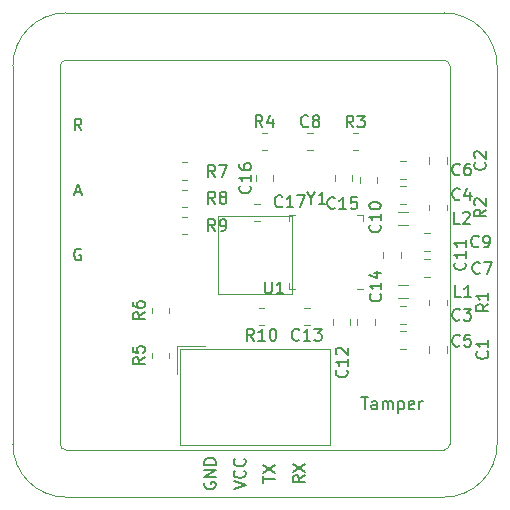
<source format=gbr>
%TF.GenerationSoftware,KiCad,Pcbnew,(5.1.9-0-10_14)*%
%TF.CreationDate,2021-04-21T08:17:01+01:00*%
%TF.ProjectId,PN532,504e3533-322e-46b6-9963-61645f706362,rev?*%
%TF.SameCoordinates,Original*%
%TF.FileFunction,Legend,Top*%
%TF.FilePolarity,Positive*%
%FSLAX46Y46*%
G04 Gerber Fmt 4.6, Leading zero omitted, Abs format (unit mm)*
G04 Created by KiCad (PCBNEW (5.1.9-0-10_14)) date 2021-04-21 08:17:01*
%MOMM*%
%LPD*%
G01*
G04 APERTURE LIST*
%ADD10C,0.150000*%
%ADD11C,0.120000*%
G04 APERTURE END LIST*
D10*
X130004761Y-91052380D02*
X130576190Y-91052380D01*
X130290476Y-92052380D02*
X130290476Y-91052380D01*
X131338095Y-92052380D02*
X131338095Y-91528571D01*
X131290476Y-91433333D01*
X131195238Y-91385714D01*
X131004761Y-91385714D01*
X130909523Y-91433333D01*
X131338095Y-92004761D02*
X131242857Y-92052380D01*
X131004761Y-92052380D01*
X130909523Y-92004761D01*
X130861904Y-91909523D01*
X130861904Y-91814285D01*
X130909523Y-91719047D01*
X131004761Y-91671428D01*
X131242857Y-91671428D01*
X131338095Y-91623809D01*
X131814285Y-92052380D02*
X131814285Y-91385714D01*
X131814285Y-91480952D02*
X131861904Y-91433333D01*
X131957142Y-91385714D01*
X132100000Y-91385714D01*
X132195238Y-91433333D01*
X132242857Y-91528571D01*
X132242857Y-92052380D01*
X132242857Y-91528571D02*
X132290476Y-91433333D01*
X132385714Y-91385714D01*
X132528571Y-91385714D01*
X132623809Y-91433333D01*
X132671428Y-91528571D01*
X132671428Y-92052380D01*
X133147619Y-91385714D02*
X133147619Y-92385714D01*
X133147619Y-91433333D02*
X133242857Y-91385714D01*
X133433333Y-91385714D01*
X133528571Y-91433333D01*
X133576190Y-91480952D01*
X133623809Y-91576190D01*
X133623809Y-91861904D01*
X133576190Y-91957142D01*
X133528571Y-92004761D01*
X133433333Y-92052380D01*
X133242857Y-92052380D01*
X133147619Y-92004761D01*
X134433333Y-92004761D02*
X134338095Y-92052380D01*
X134147619Y-92052380D01*
X134052380Y-92004761D01*
X134004761Y-91909523D01*
X134004761Y-91528571D01*
X134052380Y-91433333D01*
X134147619Y-91385714D01*
X134338095Y-91385714D01*
X134433333Y-91433333D01*
X134480952Y-91528571D01*
X134480952Y-91623809D01*
X134004761Y-91719047D01*
X134909523Y-92052380D02*
X134909523Y-91385714D01*
X134909523Y-91576190D02*
X134957142Y-91480952D01*
X135004761Y-91433333D01*
X135100000Y-91385714D01*
X135195238Y-91385714D01*
X106261904Y-78500000D02*
X106166666Y-78452380D01*
X106023809Y-78452380D01*
X105880952Y-78500000D01*
X105785714Y-78595238D01*
X105738095Y-78690476D01*
X105690476Y-78880952D01*
X105690476Y-79023809D01*
X105738095Y-79214285D01*
X105785714Y-79309523D01*
X105880952Y-79404761D01*
X106023809Y-79452380D01*
X106119047Y-79452380D01*
X106261904Y-79404761D01*
X106309523Y-79357142D01*
X106309523Y-79023809D01*
X106119047Y-79023809D01*
X105761904Y-73666666D02*
X106238095Y-73666666D01*
X105666666Y-73952380D02*
X106000000Y-72952380D01*
X106333333Y-73952380D01*
X106309523Y-68452380D02*
X105976190Y-67976190D01*
X105738095Y-68452380D02*
X105738095Y-67452380D01*
X106119047Y-67452380D01*
X106214285Y-67500000D01*
X106261904Y-67547619D01*
X106309523Y-67642857D01*
X106309523Y-67785714D01*
X106261904Y-67880952D01*
X106214285Y-67928571D01*
X106119047Y-67976190D01*
X105738095Y-67976190D01*
X125202380Y-97666666D02*
X124726190Y-98000000D01*
X125202380Y-98238095D02*
X124202380Y-98238095D01*
X124202380Y-97857142D01*
X124250000Y-97761904D01*
X124297619Y-97714285D01*
X124392857Y-97666666D01*
X124535714Y-97666666D01*
X124630952Y-97714285D01*
X124678571Y-97761904D01*
X124726190Y-97857142D01*
X124726190Y-98238095D01*
X124202380Y-97333333D02*
X125202380Y-96666666D01*
X124202380Y-96666666D02*
X125202380Y-97333333D01*
X121702380Y-98261904D02*
X121702380Y-97690476D01*
X122702380Y-97976190D02*
X121702380Y-97976190D01*
X121702380Y-97452380D02*
X122702380Y-96785714D01*
X121702380Y-96785714D02*
X122702380Y-97452380D01*
X119202380Y-98833333D02*
X120202380Y-98500000D01*
X119202380Y-98166666D01*
X120107142Y-97261904D02*
X120154761Y-97309523D01*
X120202380Y-97452380D01*
X120202380Y-97547619D01*
X120154761Y-97690476D01*
X120059523Y-97785714D01*
X119964285Y-97833333D01*
X119773809Y-97880952D01*
X119630952Y-97880952D01*
X119440476Y-97833333D01*
X119345238Y-97785714D01*
X119250000Y-97690476D01*
X119202380Y-97547619D01*
X119202380Y-97452380D01*
X119250000Y-97309523D01*
X119297619Y-97261904D01*
X120107142Y-96261904D02*
X120154761Y-96309523D01*
X120202380Y-96452380D01*
X120202380Y-96547619D01*
X120154761Y-96690476D01*
X120059523Y-96785714D01*
X119964285Y-96833333D01*
X119773809Y-96880952D01*
X119630952Y-96880952D01*
X119440476Y-96833333D01*
X119345238Y-96785714D01*
X119250000Y-96690476D01*
X119202380Y-96547619D01*
X119202380Y-96452380D01*
X119250000Y-96309523D01*
X119297619Y-96261904D01*
X116750000Y-98261904D02*
X116702380Y-98357142D01*
X116702380Y-98500000D01*
X116750000Y-98642857D01*
X116845238Y-98738095D01*
X116940476Y-98785714D01*
X117130952Y-98833333D01*
X117273809Y-98833333D01*
X117464285Y-98785714D01*
X117559523Y-98738095D01*
X117654761Y-98642857D01*
X117702380Y-98500000D01*
X117702380Y-98404761D01*
X117654761Y-98261904D01*
X117607142Y-98214285D01*
X117273809Y-98214285D01*
X117273809Y-98404761D01*
X117702380Y-97785714D02*
X116702380Y-97785714D01*
X117702380Y-97214285D01*
X116702380Y-97214285D01*
X117702380Y-96738095D02*
X116702380Y-96738095D01*
X116702380Y-96500000D01*
X116750000Y-96357142D01*
X116845238Y-96261904D01*
X116940476Y-96214285D01*
X117130952Y-96166666D01*
X117273809Y-96166666D01*
X117464285Y-96214285D01*
X117559523Y-96261904D01*
X117654761Y-96357142D01*
X117702380Y-96500000D01*
X117702380Y-96738095D01*
D11*
%TO.C,J2*%
X114390000Y-86690000D02*
X116800000Y-86690000D01*
X114390000Y-89100000D02*
X114390000Y-86690000D01*
X127310000Y-86990000D02*
X114690000Y-86990000D01*
X127310000Y-95110000D02*
X127310000Y-86990000D01*
X114690000Y-95110000D02*
X127310000Y-95110000D01*
X114690000Y-86990000D02*
X114690000Y-95110000D01*
%TO.C,C14*%
X131135000Y-84376248D02*
X131135000Y-84898752D01*
X129665000Y-84376248D02*
X129665000Y-84898752D01*
%TO.C,A1*%
X141500000Y-63000000D02*
G75*
G03*
X137000000Y-58500000I-4500000J0D01*
G01*
X105000000Y-58500000D02*
G75*
G03*
X100500000Y-63000000I0J-4500000D01*
G01*
X100500000Y-95000000D02*
G75*
G03*
X105000000Y-99500000I4500000J0D01*
G01*
X137000000Y-99500000D02*
G75*
G03*
X141500000Y-95000000I0J4500000D01*
G01*
X137500000Y-63000000D02*
G75*
G03*
X137000000Y-62500000I-500000J0D01*
G01*
X105000000Y-62500000D02*
G75*
G03*
X104500000Y-63000000I0J-500000D01*
G01*
X104500000Y-95000000D02*
G75*
G03*
X105000000Y-95500000I500000J0D01*
G01*
X137000000Y-95500000D02*
G75*
G03*
X137500000Y-95000000I0J500000D01*
G01*
X105000000Y-58500000D02*
X137000000Y-58500000D01*
X100500000Y-95000000D02*
X100500000Y-63000000D01*
X137000000Y-99500000D02*
X105000000Y-99500000D01*
X141500000Y-63000000D02*
X141500000Y-95000000D01*
X137500000Y-63000000D02*
X137500000Y-95000000D01*
X105000000Y-62500000D02*
X137000000Y-62500000D01*
X104500000Y-95000000D02*
X104500000Y-63000000D01*
X137000000Y-95500000D02*
X105000000Y-95500000D01*
%TO.C,C17*%
X121423752Y-76135000D02*
X120901248Y-76135000D01*
X121423752Y-74665000D02*
X120901248Y-74665000D01*
%TO.C,C16*%
X121065000Y-72723752D02*
X121065000Y-72201248D01*
X122535000Y-72723752D02*
X122535000Y-72201248D01*
%TO.C,C15*%
X129235000Y-72201248D02*
X129235000Y-72723752D01*
X127765000Y-72201248D02*
X127765000Y-72723752D01*
%TO.C,C13*%
X125648752Y-84960000D02*
X125126248Y-84960000D01*
X125648752Y-83490000D02*
X125126248Y-83490000D01*
%TO.C,C12*%
X129035000Y-84376248D02*
X129035000Y-84898752D01*
X127565000Y-84376248D02*
X127565000Y-84898752D01*
%TO.C,C11*%
X133335000Y-78738748D02*
X133335000Y-79261252D01*
X131865000Y-78738748D02*
X131865000Y-79261252D01*
%TO.C,C10*%
X129865000Y-72898752D02*
X129865000Y-72376248D01*
X131335000Y-72898752D02*
X131335000Y-72376248D01*
%TO.C,C9*%
X135301248Y-77165000D02*
X135823752Y-77165000D01*
X135301248Y-78635000D02*
X135823752Y-78635000D01*
%TO.C,C8*%
X125401248Y-68665000D02*
X125923752Y-68665000D01*
X125401248Y-70135000D02*
X125923752Y-70135000D01*
%TO.C,C7*%
X135301248Y-79365000D02*
X135823752Y-79365000D01*
X135301248Y-80835000D02*
X135823752Y-80835000D01*
%TO.C,C6*%
X133798752Y-72535000D02*
X133276248Y-72535000D01*
X133798752Y-71065000D02*
X133276248Y-71065000D01*
%TO.C,C5*%
X133798752Y-86935000D02*
X133276248Y-86935000D01*
X133798752Y-85465000D02*
X133276248Y-85465000D01*
%TO.C,C4*%
X133798752Y-74666428D02*
X133276248Y-74666428D01*
X133798752Y-73196428D02*
X133276248Y-73196428D01*
%TO.C,C3*%
X133276248Y-83333568D02*
X133798752Y-83333568D01*
X133276248Y-84803568D02*
X133798752Y-84803568D01*
%TO.C,L2*%
X133947742Y-76492856D02*
X133127258Y-76492856D01*
X133947742Y-75372856D02*
X133127258Y-75372856D01*
%TO.C,L1*%
X133127258Y-81507140D02*
X133947742Y-81507140D01*
X133127258Y-82627140D02*
X133947742Y-82627140D01*
%TO.C,C2*%
X137235000Y-70738748D02*
X137235000Y-71261252D01*
X135765000Y-70738748D02*
X135765000Y-71261252D01*
%TO.C,C1*%
X137235000Y-86738748D02*
X137235000Y-87261252D01*
X135765000Y-86738748D02*
X135765000Y-87261252D01*
%TO.C,R10*%
X121777064Y-84935000D02*
X121322936Y-84935000D01*
X121777064Y-83465000D02*
X121322936Y-83465000D01*
%TO.C,R9*%
X115277064Y-77235000D02*
X114822936Y-77235000D01*
X115277064Y-75765000D02*
X114822936Y-75765000D01*
%TO.C,R8*%
X115277064Y-74935000D02*
X114822936Y-74935000D01*
X115277064Y-73465000D02*
X114822936Y-73465000D01*
%TO.C,R7*%
X115277064Y-72635000D02*
X114822936Y-72635000D01*
X115277064Y-71165000D02*
X114822936Y-71165000D01*
%TO.C,R6*%
X113735000Y-83472936D02*
X113735000Y-83927064D01*
X112265000Y-83472936D02*
X112265000Y-83927064D01*
%TO.C,R5*%
X113735000Y-87272936D02*
X113735000Y-87727064D01*
X112265000Y-87272936D02*
X112265000Y-87727064D01*
%TO.C,R4*%
X122027064Y-70135000D02*
X121572936Y-70135000D01*
X122027064Y-68665000D02*
X121572936Y-68665000D01*
%TO.C,R3*%
X129272936Y-68665000D02*
X129727064Y-68665000D01*
X129272936Y-70135000D02*
X129727064Y-70135000D01*
%TO.C,R2*%
X137235000Y-74772936D02*
X137235000Y-75227064D01*
X135765000Y-74772936D02*
X135765000Y-75227064D01*
%TO.C,R1*%
X135765000Y-83227064D02*
X135765000Y-82772936D01*
X137235000Y-83227064D02*
X137235000Y-82772936D01*
%TO.C,U1*%
X129660000Y-81835000D02*
X130135000Y-81835000D01*
X123915000Y-75615000D02*
X123915000Y-76090000D01*
X124390000Y-75615000D02*
X123915000Y-75615000D01*
X130135000Y-75615000D02*
X130135000Y-76090000D01*
X129660000Y-75615000D02*
X130135000Y-75615000D01*
X123915000Y-81835000D02*
X123915000Y-81360000D01*
X124390000Y-81835000D02*
X123915000Y-81835000D01*
%TO.C,J3*%
X117850000Y-82325000D02*
X117850000Y-75675000D01*
X117850000Y-75675000D02*
X124150000Y-75675000D01*
X124150000Y-75675000D02*
X124150000Y-82325000D01*
X124150000Y-82325000D02*
X117850000Y-82325000D01*
%TO.C,C14*%
D10*
X131607142Y-82292857D02*
X131654761Y-82340476D01*
X131702380Y-82483333D01*
X131702380Y-82578571D01*
X131654761Y-82721428D01*
X131559523Y-82816666D01*
X131464285Y-82864285D01*
X131273809Y-82911904D01*
X131130952Y-82911904D01*
X130940476Y-82864285D01*
X130845238Y-82816666D01*
X130750000Y-82721428D01*
X130702380Y-82578571D01*
X130702380Y-82483333D01*
X130750000Y-82340476D01*
X130797619Y-82292857D01*
X131702380Y-81340476D02*
X131702380Y-81911904D01*
X131702380Y-81626190D02*
X130702380Y-81626190D01*
X130845238Y-81721428D01*
X130940476Y-81816666D01*
X130988095Y-81911904D01*
X131035714Y-80483333D02*
X131702380Y-80483333D01*
X130654761Y-80721428D02*
X131369047Y-80959523D01*
X131369047Y-80340476D01*
%TO.C,C17*%
X123307142Y-74857142D02*
X123259523Y-74904761D01*
X123116666Y-74952380D01*
X123021428Y-74952380D01*
X122878571Y-74904761D01*
X122783333Y-74809523D01*
X122735714Y-74714285D01*
X122688095Y-74523809D01*
X122688095Y-74380952D01*
X122735714Y-74190476D01*
X122783333Y-74095238D01*
X122878571Y-74000000D01*
X123021428Y-73952380D01*
X123116666Y-73952380D01*
X123259523Y-74000000D01*
X123307142Y-74047619D01*
X124259523Y-74952380D02*
X123688095Y-74952380D01*
X123973809Y-74952380D02*
X123973809Y-73952380D01*
X123878571Y-74095238D01*
X123783333Y-74190476D01*
X123688095Y-74238095D01*
X124592857Y-73952380D02*
X125259523Y-73952380D01*
X124830952Y-74952380D01*
%TO.C,C16*%
X120557142Y-73142857D02*
X120604761Y-73190476D01*
X120652380Y-73333333D01*
X120652380Y-73428571D01*
X120604761Y-73571428D01*
X120509523Y-73666666D01*
X120414285Y-73714285D01*
X120223809Y-73761904D01*
X120080952Y-73761904D01*
X119890476Y-73714285D01*
X119795238Y-73666666D01*
X119700000Y-73571428D01*
X119652380Y-73428571D01*
X119652380Y-73333333D01*
X119700000Y-73190476D01*
X119747619Y-73142857D01*
X120652380Y-72190476D02*
X120652380Y-72761904D01*
X120652380Y-72476190D02*
X119652380Y-72476190D01*
X119795238Y-72571428D01*
X119890476Y-72666666D01*
X119938095Y-72761904D01*
X119652380Y-71333333D02*
X119652380Y-71523809D01*
X119700000Y-71619047D01*
X119747619Y-71666666D01*
X119890476Y-71761904D01*
X120080952Y-71809523D01*
X120461904Y-71809523D01*
X120557142Y-71761904D01*
X120604761Y-71714285D01*
X120652380Y-71619047D01*
X120652380Y-71428571D01*
X120604761Y-71333333D01*
X120557142Y-71285714D01*
X120461904Y-71238095D01*
X120223809Y-71238095D01*
X120128571Y-71285714D01*
X120080952Y-71333333D01*
X120033333Y-71428571D01*
X120033333Y-71619047D01*
X120080952Y-71714285D01*
X120128571Y-71761904D01*
X120223809Y-71809523D01*
%TO.C,C15*%
X127757142Y-75007142D02*
X127709523Y-75054761D01*
X127566666Y-75102380D01*
X127471428Y-75102380D01*
X127328571Y-75054761D01*
X127233333Y-74959523D01*
X127185714Y-74864285D01*
X127138095Y-74673809D01*
X127138095Y-74530952D01*
X127185714Y-74340476D01*
X127233333Y-74245238D01*
X127328571Y-74150000D01*
X127471428Y-74102380D01*
X127566666Y-74102380D01*
X127709523Y-74150000D01*
X127757142Y-74197619D01*
X128709523Y-75102380D02*
X128138095Y-75102380D01*
X128423809Y-75102380D02*
X128423809Y-74102380D01*
X128328571Y-74245238D01*
X128233333Y-74340476D01*
X128138095Y-74388095D01*
X129614285Y-74102380D02*
X129138095Y-74102380D01*
X129090476Y-74578571D01*
X129138095Y-74530952D01*
X129233333Y-74483333D01*
X129471428Y-74483333D01*
X129566666Y-74530952D01*
X129614285Y-74578571D01*
X129661904Y-74673809D01*
X129661904Y-74911904D01*
X129614285Y-75007142D01*
X129566666Y-75054761D01*
X129471428Y-75102380D01*
X129233333Y-75102380D01*
X129138095Y-75054761D01*
X129090476Y-75007142D01*
%TO.C,C13*%
X124744642Y-86157142D02*
X124697023Y-86204761D01*
X124554166Y-86252380D01*
X124458928Y-86252380D01*
X124316071Y-86204761D01*
X124220833Y-86109523D01*
X124173214Y-86014285D01*
X124125595Y-85823809D01*
X124125595Y-85680952D01*
X124173214Y-85490476D01*
X124220833Y-85395238D01*
X124316071Y-85300000D01*
X124458928Y-85252380D01*
X124554166Y-85252380D01*
X124697023Y-85300000D01*
X124744642Y-85347619D01*
X125697023Y-86252380D02*
X125125595Y-86252380D01*
X125411309Y-86252380D02*
X125411309Y-85252380D01*
X125316071Y-85395238D01*
X125220833Y-85490476D01*
X125125595Y-85538095D01*
X126030357Y-85252380D02*
X126649404Y-85252380D01*
X126316071Y-85633333D01*
X126458928Y-85633333D01*
X126554166Y-85680952D01*
X126601785Y-85728571D01*
X126649404Y-85823809D01*
X126649404Y-86061904D01*
X126601785Y-86157142D01*
X126554166Y-86204761D01*
X126458928Y-86252380D01*
X126173214Y-86252380D01*
X126077976Y-86204761D01*
X126030357Y-86157142D01*
%TO.C,C12*%
X128757142Y-88742857D02*
X128804761Y-88790476D01*
X128852380Y-88933333D01*
X128852380Y-89028571D01*
X128804761Y-89171428D01*
X128709523Y-89266666D01*
X128614285Y-89314285D01*
X128423809Y-89361904D01*
X128280952Y-89361904D01*
X128090476Y-89314285D01*
X127995238Y-89266666D01*
X127900000Y-89171428D01*
X127852380Y-89028571D01*
X127852380Y-88933333D01*
X127900000Y-88790476D01*
X127947619Y-88742857D01*
X128852380Y-87790476D02*
X128852380Y-88361904D01*
X128852380Y-88076190D02*
X127852380Y-88076190D01*
X127995238Y-88171428D01*
X128090476Y-88266666D01*
X128138095Y-88361904D01*
X127947619Y-87409523D02*
X127900000Y-87361904D01*
X127852380Y-87266666D01*
X127852380Y-87028571D01*
X127900000Y-86933333D01*
X127947619Y-86885714D01*
X128042857Y-86838095D01*
X128138095Y-86838095D01*
X128280952Y-86885714D01*
X128852380Y-87457142D01*
X128852380Y-86838095D01*
%TO.C,C11*%
X138757142Y-79642857D02*
X138804761Y-79690476D01*
X138852380Y-79833333D01*
X138852380Y-79928571D01*
X138804761Y-80071428D01*
X138709523Y-80166666D01*
X138614285Y-80214285D01*
X138423809Y-80261904D01*
X138280952Y-80261904D01*
X138090476Y-80214285D01*
X137995238Y-80166666D01*
X137900000Y-80071428D01*
X137852380Y-79928571D01*
X137852380Y-79833333D01*
X137900000Y-79690476D01*
X137947619Y-79642857D01*
X138852380Y-78690476D02*
X138852380Y-79261904D01*
X138852380Y-78976190D02*
X137852380Y-78976190D01*
X137995238Y-79071428D01*
X138090476Y-79166666D01*
X138138095Y-79261904D01*
X138852380Y-77738095D02*
X138852380Y-78309523D01*
X138852380Y-78023809D02*
X137852380Y-78023809D01*
X137995238Y-78119047D01*
X138090476Y-78214285D01*
X138138095Y-78309523D01*
%TO.C,C10*%
X131557142Y-76442857D02*
X131604761Y-76490476D01*
X131652380Y-76633333D01*
X131652380Y-76728571D01*
X131604761Y-76871428D01*
X131509523Y-76966666D01*
X131414285Y-77014285D01*
X131223809Y-77061904D01*
X131080952Y-77061904D01*
X130890476Y-77014285D01*
X130795238Y-76966666D01*
X130700000Y-76871428D01*
X130652380Y-76728571D01*
X130652380Y-76633333D01*
X130700000Y-76490476D01*
X130747619Y-76442857D01*
X131652380Y-75490476D02*
X131652380Y-76061904D01*
X131652380Y-75776190D02*
X130652380Y-75776190D01*
X130795238Y-75871428D01*
X130890476Y-75966666D01*
X130938095Y-76061904D01*
X130652380Y-74871428D02*
X130652380Y-74776190D01*
X130700000Y-74680952D01*
X130747619Y-74633333D01*
X130842857Y-74585714D01*
X131033333Y-74538095D01*
X131271428Y-74538095D01*
X131461904Y-74585714D01*
X131557142Y-74633333D01*
X131604761Y-74680952D01*
X131652380Y-74776190D01*
X131652380Y-74871428D01*
X131604761Y-74966666D01*
X131557142Y-75014285D01*
X131461904Y-75061904D01*
X131271428Y-75109523D01*
X131033333Y-75109523D01*
X130842857Y-75061904D01*
X130747619Y-75014285D01*
X130700000Y-74966666D01*
X130652380Y-74871428D01*
%TO.C,C9*%
X139933333Y-78257142D02*
X139885714Y-78304761D01*
X139742857Y-78352380D01*
X139647619Y-78352380D01*
X139504761Y-78304761D01*
X139409523Y-78209523D01*
X139361904Y-78114285D01*
X139314285Y-77923809D01*
X139314285Y-77780952D01*
X139361904Y-77590476D01*
X139409523Y-77495238D01*
X139504761Y-77400000D01*
X139647619Y-77352380D01*
X139742857Y-77352380D01*
X139885714Y-77400000D01*
X139933333Y-77447619D01*
X140409523Y-78352380D02*
X140600000Y-78352380D01*
X140695238Y-78304761D01*
X140742857Y-78257142D01*
X140838095Y-78114285D01*
X140885714Y-77923809D01*
X140885714Y-77542857D01*
X140838095Y-77447619D01*
X140790476Y-77400000D01*
X140695238Y-77352380D01*
X140504761Y-77352380D01*
X140409523Y-77400000D01*
X140361904Y-77447619D01*
X140314285Y-77542857D01*
X140314285Y-77780952D01*
X140361904Y-77876190D01*
X140409523Y-77923809D01*
X140504761Y-77971428D01*
X140695238Y-77971428D01*
X140790476Y-77923809D01*
X140838095Y-77876190D01*
X140885714Y-77780952D01*
%TO.C,C8*%
X125495833Y-68077142D02*
X125448214Y-68124761D01*
X125305357Y-68172380D01*
X125210119Y-68172380D01*
X125067261Y-68124761D01*
X124972023Y-68029523D01*
X124924404Y-67934285D01*
X124876785Y-67743809D01*
X124876785Y-67600952D01*
X124924404Y-67410476D01*
X124972023Y-67315238D01*
X125067261Y-67220000D01*
X125210119Y-67172380D01*
X125305357Y-67172380D01*
X125448214Y-67220000D01*
X125495833Y-67267619D01*
X126067261Y-67600952D02*
X125972023Y-67553333D01*
X125924404Y-67505714D01*
X125876785Y-67410476D01*
X125876785Y-67362857D01*
X125924404Y-67267619D01*
X125972023Y-67220000D01*
X126067261Y-67172380D01*
X126257738Y-67172380D01*
X126352976Y-67220000D01*
X126400595Y-67267619D01*
X126448214Y-67362857D01*
X126448214Y-67410476D01*
X126400595Y-67505714D01*
X126352976Y-67553333D01*
X126257738Y-67600952D01*
X126067261Y-67600952D01*
X125972023Y-67648571D01*
X125924404Y-67696190D01*
X125876785Y-67791428D01*
X125876785Y-67981904D01*
X125924404Y-68077142D01*
X125972023Y-68124761D01*
X126067261Y-68172380D01*
X126257738Y-68172380D01*
X126352976Y-68124761D01*
X126400595Y-68077142D01*
X126448214Y-67981904D01*
X126448214Y-67791428D01*
X126400595Y-67696190D01*
X126352976Y-67648571D01*
X126257738Y-67600952D01*
%TO.C,C7*%
X140033333Y-80507142D02*
X139985714Y-80554761D01*
X139842857Y-80602380D01*
X139747619Y-80602380D01*
X139604761Y-80554761D01*
X139509523Y-80459523D01*
X139461904Y-80364285D01*
X139414285Y-80173809D01*
X139414285Y-80030952D01*
X139461904Y-79840476D01*
X139509523Y-79745238D01*
X139604761Y-79650000D01*
X139747619Y-79602380D01*
X139842857Y-79602380D01*
X139985714Y-79650000D01*
X140033333Y-79697619D01*
X140366666Y-79602380D02*
X141033333Y-79602380D01*
X140604761Y-80602380D01*
%TO.C,C6*%
X138333333Y-72157142D02*
X138285714Y-72204761D01*
X138142857Y-72252380D01*
X138047619Y-72252380D01*
X137904761Y-72204761D01*
X137809523Y-72109523D01*
X137761904Y-72014285D01*
X137714285Y-71823809D01*
X137714285Y-71680952D01*
X137761904Y-71490476D01*
X137809523Y-71395238D01*
X137904761Y-71300000D01*
X138047619Y-71252380D01*
X138142857Y-71252380D01*
X138285714Y-71300000D01*
X138333333Y-71347619D01*
X139190476Y-71252380D02*
X139000000Y-71252380D01*
X138904761Y-71300000D01*
X138857142Y-71347619D01*
X138761904Y-71490476D01*
X138714285Y-71680952D01*
X138714285Y-72061904D01*
X138761904Y-72157142D01*
X138809523Y-72204761D01*
X138904761Y-72252380D01*
X139095238Y-72252380D01*
X139190476Y-72204761D01*
X139238095Y-72157142D01*
X139285714Y-72061904D01*
X139285714Y-71823809D01*
X139238095Y-71728571D01*
X139190476Y-71680952D01*
X139095238Y-71633333D01*
X138904761Y-71633333D01*
X138809523Y-71680952D01*
X138761904Y-71728571D01*
X138714285Y-71823809D01*
%TO.C,C5*%
X138333333Y-86657142D02*
X138285714Y-86704761D01*
X138142857Y-86752380D01*
X138047619Y-86752380D01*
X137904761Y-86704761D01*
X137809523Y-86609523D01*
X137761904Y-86514285D01*
X137714285Y-86323809D01*
X137714285Y-86180952D01*
X137761904Y-85990476D01*
X137809523Y-85895238D01*
X137904761Y-85800000D01*
X138047619Y-85752380D01*
X138142857Y-85752380D01*
X138285714Y-85800000D01*
X138333333Y-85847619D01*
X139238095Y-85752380D02*
X138761904Y-85752380D01*
X138714285Y-86228571D01*
X138761904Y-86180952D01*
X138857142Y-86133333D01*
X139095238Y-86133333D01*
X139190476Y-86180952D01*
X139238095Y-86228571D01*
X139285714Y-86323809D01*
X139285714Y-86561904D01*
X139238095Y-86657142D01*
X139190476Y-86704761D01*
X139095238Y-86752380D01*
X138857142Y-86752380D01*
X138761904Y-86704761D01*
X138714285Y-86657142D01*
%TO.C,C4*%
X138333333Y-74257142D02*
X138285714Y-74304761D01*
X138142857Y-74352380D01*
X138047619Y-74352380D01*
X137904761Y-74304761D01*
X137809523Y-74209523D01*
X137761904Y-74114285D01*
X137714285Y-73923809D01*
X137714285Y-73780952D01*
X137761904Y-73590476D01*
X137809523Y-73495238D01*
X137904761Y-73400000D01*
X138047619Y-73352380D01*
X138142857Y-73352380D01*
X138285714Y-73400000D01*
X138333333Y-73447619D01*
X139190476Y-73685714D02*
X139190476Y-74352380D01*
X138952380Y-73304761D02*
X138714285Y-74019047D01*
X139333333Y-74019047D01*
%TO.C,C3*%
X138333333Y-84457142D02*
X138285714Y-84504761D01*
X138142857Y-84552380D01*
X138047619Y-84552380D01*
X137904761Y-84504761D01*
X137809523Y-84409523D01*
X137761904Y-84314285D01*
X137714285Y-84123809D01*
X137714285Y-83980952D01*
X137761904Y-83790476D01*
X137809523Y-83695238D01*
X137904761Y-83600000D01*
X138047619Y-83552380D01*
X138142857Y-83552380D01*
X138285714Y-83600000D01*
X138333333Y-83647619D01*
X138666666Y-83552380D02*
X139285714Y-83552380D01*
X138952380Y-83933333D01*
X139095238Y-83933333D01*
X139190476Y-83980952D01*
X139238095Y-84028571D01*
X139285714Y-84123809D01*
X139285714Y-84361904D01*
X139238095Y-84457142D01*
X139190476Y-84504761D01*
X139095238Y-84552380D01*
X138809523Y-84552380D01*
X138714285Y-84504761D01*
X138666666Y-84457142D01*
%TO.C,L2*%
X138333333Y-76352380D02*
X137857142Y-76352380D01*
X137857142Y-75352380D01*
X138619047Y-75447619D02*
X138666666Y-75400000D01*
X138761904Y-75352380D01*
X139000000Y-75352380D01*
X139095238Y-75400000D01*
X139142857Y-75447619D01*
X139190476Y-75542857D01*
X139190476Y-75638095D01*
X139142857Y-75780952D01*
X138571428Y-76352380D01*
X139190476Y-76352380D01*
%TO.C,L1*%
X138433333Y-82552380D02*
X137957142Y-82552380D01*
X137957142Y-81552380D01*
X139290476Y-82552380D02*
X138719047Y-82552380D01*
X139004761Y-82552380D02*
X139004761Y-81552380D01*
X138909523Y-81695238D01*
X138814285Y-81790476D01*
X138719047Y-81838095D01*
%TO.C,C2*%
X140457142Y-71166666D02*
X140504761Y-71214285D01*
X140552380Y-71357142D01*
X140552380Y-71452380D01*
X140504761Y-71595238D01*
X140409523Y-71690476D01*
X140314285Y-71738095D01*
X140123809Y-71785714D01*
X139980952Y-71785714D01*
X139790476Y-71738095D01*
X139695238Y-71690476D01*
X139600000Y-71595238D01*
X139552380Y-71452380D01*
X139552380Y-71357142D01*
X139600000Y-71214285D01*
X139647619Y-71166666D01*
X139647619Y-70785714D02*
X139600000Y-70738095D01*
X139552380Y-70642857D01*
X139552380Y-70404761D01*
X139600000Y-70309523D01*
X139647619Y-70261904D01*
X139742857Y-70214285D01*
X139838095Y-70214285D01*
X139980952Y-70261904D01*
X140552380Y-70833333D01*
X140552380Y-70214285D01*
%TO.C,C1*%
X140657142Y-87166666D02*
X140704761Y-87214285D01*
X140752380Y-87357142D01*
X140752380Y-87452380D01*
X140704761Y-87595238D01*
X140609523Y-87690476D01*
X140514285Y-87738095D01*
X140323809Y-87785714D01*
X140180952Y-87785714D01*
X139990476Y-87738095D01*
X139895238Y-87690476D01*
X139800000Y-87595238D01*
X139752380Y-87452380D01*
X139752380Y-87357142D01*
X139800000Y-87214285D01*
X139847619Y-87166666D01*
X140752380Y-86214285D02*
X140752380Y-86785714D01*
X140752380Y-86500000D02*
X139752380Y-86500000D01*
X139895238Y-86595238D01*
X139990476Y-86690476D01*
X140038095Y-86785714D01*
%TO.C,R10*%
X120907142Y-86252380D02*
X120573809Y-85776190D01*
X120335714Y-86252380D02*
X120335714Y-85252380D01*
X120716666Y-85252380D01*
X120811904Y-85300000D01*
X120859523Y-85347619D01*
X120907142Y-85442857D01*
X120907142Y-85585714D01*
X120859523Y-85680952D01*
X120811904Y-85728571D01*
X120716666Y-85776190D01*
X120335714Y-85776190D01*
X121859523Y-86252380D02*
X121288095Y-86252380D01*
X121573809Y-86252380D02*
X121573809Y-85252380D01*
X121478571Y-85395238D01*
X121383333Y-85490476D01*
X121288095Y-85538095D01*
X122478571Y-85252380D02*
X122573809Y-85252380D01*
X122669047Y-85300000D01*
X122716666Y-85347619D01*
X122764285Y-85442857D01*
X122811904Y-85633333D01*
X122811904Y-85871428D01*
X122764285Y-86061904D01*
X122716666Y-86157142D01*
X122669047Y-86204761D01*
X122573809Y-86252380D01*
X122478571Y-86252380D01*
X122383333Y-86204761D01*
X122335714Y-86157142D01*
X122288095Y-86061904D01*
X122240476Y-85871428D01*
X122240476Y-85633333D01*
X122288095Y-85442857D01*
X122335714Y-85347619D01*
X122383333Y-85300000D01*
X122478571Y-85252380D01*
%TO.C,R9*%
X117633333Y-76952380D02*
X117300000Y-76476190D01*
X117061904Y-76952380D02*
X117061904Y-75952380D01*
X117442857Y-75952380D01*
X117538095Y-76000000D01*
X117585714Y-76047619D01*
X117633333Y-76142857D01*
X117633333Y-76285714D01*
X117585714Y-76380952D01*
X117538095Y-76428571D01*
X117442857Y-76476190D01*
X117061904Y-76476190D01*
X118109523Y-76952380D02*
X118300000Y-76952380D01*
X118395238Y-76904761D01*
X118442857Y-76857142D01*
X118538095Y-76714285D01*
X118585714Y-76523809D01*
X118585714Y-76142857D01*
X118538095Y-76047619D01*
X118490476Y-76000000D01*
X118395238Y-75952380D01*
X118204761Y-75952380D01*
X118109523Y-76000000D01*
X118061904Y-76047619D01*
X118014285Y-76142857D01*
X118014285Y-76380952D01*
X118061904Y-76476190D01*
X118109523Y-76523809D01*
X118204761Y-76571428D01*
X118395238Y-76571428D01*
X118490476Y-76523809D01*
X118538095Y-76476190D01*
X118585714Y-76380952D01*
%TO.C,R8*%
X117633333Y-74652380D02*
X117300000Y-74176190D01*
X117061904Y-74652380D02*
X117061904Y-73652380D01*
X117442857Y-73652380D01*
X117538095Y-73700000D01*
X117585714Y-73747619D01*
X117633333Y-73842857D01*
X117633333Y-73985714D01*
X117585714Y-74080952D01*
X117538095Y-74128571D01*
X117442857Y-74176190D01*
X117061904Y-74176190D01*
X118204761Y-74080952D02*
X118109523Y-74033333D01*
X118061904Y-73985714D01*
X118014285Y-73890476D01*
X118014285Y-73842857D01*
X118061904Y-73747619D01*
X118109523Y-73700000D01*
X118204761Y-73652380D01*
X118395238Y-73652380D01*
X118490476Y-73700000D01*
X118538095Y-73747619D01*
X118585714Y-73842857D01*
X118585714Y-73890476D01*
X118538095Y-73985714D01*
X118490476Y-74033333D01*
X118395238Y-74080952D01*
X118204761Y-74080952D01*
X118109523Y-74128571D01*
X118061904Y-74176190D01*
X118014285Y-74271428D01*
X118014285Y-74461904D01*
X118061904Y-74557142D01*
X118109523Y-74604761D01*
X118204761Y-74652380D01*
X118395238Y-74652380D01*
X118490476Y-74604761D01*
X118538095Y-74557142D01*
X118585714Y-74461904D01*
X118585714Y-74271428D01*
X118538095Y-74176190D01*
X118490476Y-74128571D01*
X118395238Y-74080952D01*
%TO.C,R7*%
X117633333Y-72402380D02*
X117300000Y-71926190D01*
X117061904Y-72402380D02*
X117061904Y-71402380D01*
X117442857Y-71402380D01*
X117538095Y-71450000D01*
X117585714Y-71497619D01*
X117633333Y-71592857D01*
X117633333Y-71735714D01*
X117585714Y-71830952D01*
X117538095Y-71878571D01*
X117442857Y-71926190D01*
X117061904Y-71926190D01*
X117966666Y-71402380D02*
X118633333Y-71402380D01*
X118204761Y-72402380D01*
%TO.C,R6*%
X111652380Y-83866666D02*
X111176190Y-84200000D01*
X111652380Y-84438095D02*
X110652380Y-84438095D01*
X110652380Y-84057142D01*
X110700000Y-83961904D01*
X110747619Y-83914285D01*
X110842857Y-83866666D01*
X110985714Y-83866666D01*
X111080952Y-83914285D01*
X111128571Y-83961904D01*
X111176190Y-84057142D01*
X111176190Y-84438095D01*
X110652380Y-83009523D02*
X110652380Y-83200000D01*
X110700000Y-83295238D01*
X110747619Y-83342857D01*
X110890476Y-83438095D01*
X111080952Y-83485714D01*
X111461904Y-83485714D01*
X111557142Y-83438095D01*
X111604761Y-83390476D01*
X111652380Y-83295238D01*
X111652380Y-83104761D01*
X111604761Y-83009523D01*
X111557142Y-82961904D01*
X111461904Y-82914285D01*
X111223809Y-82914285D01*
X111128571Y-82961904D01*
X111080952Y-83009523D01*
X111033333Y-83104761D01*
X111033333Y-83295238D01*
X111080952Y-83390476D01*
X111128571Y-83438095D01*
X111223809Y-83485714D01*
%TO.C,R5*%
X111652380Y-87666666D02*
X111176190Y-88000000D01*
X111652380Y-88238095D02*
X110652380Y-88238095D01*
X110652380Y-87857142D01*
X110700000Y-87761904D01*
X110747619Y-87714285D01*
X110842857Y-87666666D01*
X110985714Y-87666666D01*
X111080952Y-87714285D01*
X111128571Y-87761904D01*
X111176190Y-87857142D01*
X111176190Y-88238095D01*
X110652380Y-86761904D02*
X110652380Y-87238095D01*
X111128571Y-87285714D01*
X111080952Y-87238095D01*
X111033333Y-87142857D01*
X111033333Y-86904761D01*
X111080952Y-86809523D01*
X111128571Y-86761904D01*
X111223809Y-86714285D01*
X111461904Y-86714285D01*
X111557142Y-86761904D01*
X111604761Y-86809523D01*
X111652380Y-86904761D01*
X111652380Y-87142857D01*
X111604761Y-87238095D01*
X111557142Y-87285714D01*
%TO.C,R4*%
X121633333Y-68152380D02*
X121300000Y-67676190D01*
X121061904Y-68152380D02*
X121061904Y-67152380D01*
X121442857Y-67152380D01*
X121538095Y-67200000D01*
X121585714Y-67247619D01*
X121633333Y-67342857D01*
X121633333Y-67485714D01*
X121585714Y-67580952D01*
X121538095Y-67628571D01*
X121442857Y-67676190D01*
X121061904Y-67676190D01*
X122490476Y-67485714D02*
X122490476Y-68152380D01*
X122252380Y-67104761D02*
X122014285Y-67819047D01*
X122633333Y-67819047D01*
%TO.C,R3*%
X129333333Y-68202380D02*
X129000000Y-67726190D01*
X128761904Y-68202380D02*
X128761904Y-67202380D01*
X129142857Y-67202380D01*
X129238095Y-67250000D01*
X129285714Y-67297619D01*
X129333333Y-67392857D01*
X129333333Y-67535714D01*
X129285714Y-67630952D01*
X129238095Y-67678571D01*
X129142857Y-67726190D01*
X128761904Y-67726190D01*
X129666666Y-67202380D02*
X130285714Y-67202380D01*
X129952380Y-67583333D01*
X130095238Y-67583333D01*
X130190476Y-67630952D01*
X130238095Y-67678571D01*
X130285714Y-67773809D01*
X130285714Y-68011904D01*
X130238095Y-68107142D01*
X130190476Y-68154761D01*
X130095238Y-68202380D01*
X129809523Y-68202380D01*
X129714285Y-68154761D01*
X129666666Y-68107142D01*
%TO.C,R2*%
X140552380Y-75166666D02*
X140076190Y-75500000D01*
X140552380Y-75738095D02*
X139552380Y-75738095D01*
X139552380Y-75357142D01*
X139600000Y-75261904D01*
X139647619Y-75214285D01*
X139742857Y-75166666D01*
X139885714Y-75166666D01*
X139980952Y-75214285D01*
X140028571Y-75261904D01*
X140076190Y-75357142D01*
X140076190Y-75738095D01*
X139647619Y-74785714D02*
X139600000Y-74738095D01*
X139552380Y-74642857D01*
X139552380Y-74404761D01*
X139600000Y-74309523D01*
X139647619Y-74261904D01*
X139742857Y-74214285D01*
X139838095Y-74214285D01*
X139980952Y-74261904D01*
X140552380Y-74833333D01*
X140552380Y-74214285D01*
%TO.C,R1*%
X140752380Y-83166666D02*
X140276190Y-83500000D01*
X140752380Y-83738095D02*
X139752380Y-83738095D01*
X139752380Y-83357142D01*
X139800000Y-83261904D01*
X139847619Y-83214285D01*
X139942857Y-83166666D01*
X140085714Y-83166666D01*
X140180952Y-83214285D01*
X140228571Y-83261904D01*
X140276190Y-83357142D01*
X140276190Y-83738095D01*
X140752380Y-82214285D02*
X140752380Y-82785714D01*
X140752380Y-82500000D02*
X139752380Y-82500000D01*
X139895238Y-82595238D01*
X139990476Y-82690476D01*
X140038095Y-82785714D01*
%TO.C,U1*%
X121838095Y-81252380D02*
X121838095Y-82061904D01*
X121885714Y-82157142D01*
X121933333Y-82204761D01*
X122028571Y-82252380D01*
X122219047Y-82252380D01*
X122314285Y-82204761D01*
X122361904Y-82157142D01*
X122409523Y-82061904D01*
X122409523Y-81252380D01*
X123409523Y-82252380D02*
X122838095Y-82252380D01*
X123123809Y-82252380D02*
X123123809Y-81252380D01*
X123028571Y-81395238D01*
X122933333Y-81490476D01*
X122838095Y-81538095D01*
%TO.C,Y1*%
X125773809Y-74176190D02*
X125773809Y-74652380D01*
X125440476Y-73652380D02*
X125773809Y-74176190D01*
X126107142Y-73652380D01*
X126964285Y-74652380D02*
X126392857Y-74652380D01*
X126678571Y-74652380D02*
X126678571Y-73652380D01*
X126583333Y-73795238D01*
X126488095Y-73890476D01*
X126392857Y-73938095D01*
%TD*%
M02*

</source>
